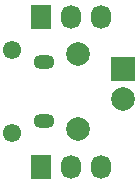
<source format=gbr>
G04 #@! TF.FileFunction,Soldermask,Bot*
%FSLAX46Y46*%
G04 Gerber Fmt 4.6, Leading zero omitted, Abs format (unit mm)*
G04 Created by KiCad (PCBNEW (2015-08-15 BZR 6092)-product) date 3/24/2016 2:34:01 PM*
%MOMM*%
G01*
G04 APERTURE LIST*
%ADD10C,0.100000*%
%ADD11R,2.000000X2.000000*%
%ADD12C,2.000000*%
%ADD13O,1.727200X2.032000*%
%ADD14R,1.727200X2.032000*%
%ADD15C,1.998980*%
%ADD16O,1.778000X1.250000*%
%ADD17C,1.550000*%
G04 APERTURE END LIST*
D10*
D11*
X144145000Y-94615000D03*
D12*
X144145000Y-97155000D03*
D13*
X142240000Y-102870000D03*
X139700000Y-102870000D03*
D14*
X137160000Y-102870000D03*
X137160000Y-90170000D03*
D13*
X139700000Y-90170000D03*
X142240000Y-90170000D03*
D15*
X140335000Y-93345000D03*
X140335000Y-99695000D03*
D16*
X137452540Y-94019100D03*
X137452540Y-99019100D03*
D17*
X134752540Y-93019100D03*
X134752540Y-100019100D03*
M02*

</source>
